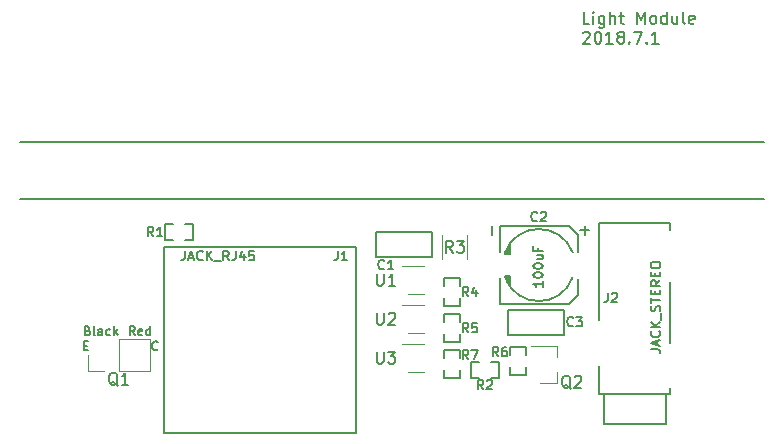
<source format=gto>
G04 #@! TF.FileFunction,Legend,Top*
%FSLAX46Y46*%
G04 Gerber Fmt 4.6, Leading zero omitted, Abs format (unit mm)*
G04 Created by KiCad (PCBNEW 4.0.7) date 06/27/18 15:39:23*
%MOMM*%
%LPD*%
G01*
G04 APERTURE LIST*
%ADD10C,0.150000*%
%ADD11C,0.200000*%
%ADD12C,0.152400*%
%ADD13C,0.120000*%
%ADD14C,0.149860*%
G04 APERTURE END LIST*
D10*
D11*
X88646000Y-31750000D02*
X25654000Y-31750000D01*
X75438000Y-36576000D02*
X88646000Y-36576000D01*
D12*
X73877714Y-21719419D02*
X73393905Y-21719419D01*
X73393905Y-20703419D01*
X74216381Y-21719419D02*
X74216381Y-21042086D01*
X74216381Y-20703419D02*
X74168000Y-20751800D01*
X74216381Y-20800181D01*
X74264762Y-20751800D01*
X74216381Y-20703419D01*
X74216381Y-20800181D01*
X75135619Y-21042086D02*
X75135619Y-21864562D01*
X75087238Y-21961324D01*
X75038857Y-22009705D01*
X74942096Y-22058086D01*
X74796953Y-22058086D01*
X74700191Y-22009705D01*
X75135619Y-21671038D02*
X75038857Y-21719419D01*
X74845334Y-21719419D01*
X74748572Y-21671038D01*
X74700191Y-21622657D01*
X74651810Y-21525895D01*
X74651810Y-21235610D01*
X74700191Y-21138848D01*
X74748572Y-21090467D01*
X74845334Y-21042086D01*
X75038857Y-21042086D01*
X75135619Y-21090467D01*
X75619429Y-21719419D02*
X75619429Y-20703419D01*
X76054857Y-21719419D02*
X76054857Y-21187229D01*
X76006476Y-21090467D01*
X75909714Y-21042086D01*
X75764572Y-21042086D01*
X75667810Y-21090467D01*
X75619429Y-21138848D01*
X76393524Y-21042086D02*
X76780572Y-21042086D01*
X76538667Y-20703419D02*
X76538667Y-21574276D01*
X76587048Y-21671038D01*
X76683810Y-21719419D01*
X76780572Y-21719419D01*
X77893333Y-21719419D02*
X77893333Y-20703419D01*
X78231999Y-21429133D01*
X78570666Y-20703419D01*
X78570666Y-21719419D01*
X79199619Y-21719419D02*
X79102857Y-21671038D01*
X79054476Y-21622657D01*
X79006095Y-21525895D01*
X79006095Y-21235610D01*
X79054476Y-21138848D01*
X79102857Y-21090467D01*
X79199619Y-21042086D01*
X79344761Y-21042086D01*
X79441523Y-21090467D01*
X79489904Y-21138848D01*
X79538285Y-21235610D01*
X79538285Y-21525895D01*
X79489904Y-21622657D01*
X79441523Y-21671038D01*
X79344761Y-21719419D01*
X79199619Y-21719419D01*
X80409142Y-21719419D02*
X80409142Y-20703419D01*
X80409142Y-21671038D02*
X80312380Y-21719419D01*
X80118857Y-21719419D01*
X80022095Y-21671038D01*
X79973714Y-21622657D01*
X79925333Y-21525895D01*
X79925333Y-21235610D01*
X79973714Y-21138848D01*
X80022095Y-21090467D01*
X80118857Y-21042086D01*
X80312380Y-21042086D01*
X80409142Y-21090467D01*
X81328380Y-21042086D02*
X81328380Y-21719419D01*
X80892952Y-21042086D02*
X80892952Y-21574276D01*
X80941333Y-21671038D01*
X81038095Y-21719419D01*
X81183237Y-21719419D01*
X81279999Y-21671038D01*
X81328380Y-21622657D01*
X81957333Y-21719419D02*
X81860571Y-21671038D01*
X81812190Y-21574276D01*
X81812190Y-20703419D01*
X82731427Y-21671038D02*
X82634665Y-21719419D01*
X82441142Y-21719419D01*
X82344380Y-21671038D01*
X82295999Y-21574276D01*
X82295999Y-21187229D01*
X82344380Y-21090467D01*
X82441142Y-21042086D01*
X82634665Y-21042086D01*
X82731427Y-21090467D01*
X82779808Y-21187229D01*
X82779808Y-21283990D01*
X82295999Y-21380752D01*
X73345524Y-22476581D02*
X73393905Y-22428200D01*
X73490667Y-22379819D01*
X73732571Y-22379819D01*
X73829333Y-22428200D01*
X73877714Y-22476581D01*
X73926095Y-22573343D01*
X73926095Y-22670105D01*
X73877714Y-22815248D01*
X73297143Y-23395819D01*
X73926095Y-23395819D01*
X74555048Y-22379819D02*
X74651809Y-22379819D01*
X74748571Y-22428200D01*
X74796952Y-22476581D01*
X74845333Y-22573343D01*
X74893714Y-22766867D01*
X74893714Y-23008771D01*
X74845333Y-23202295D01*
X74796952Y-23299057D01*
X74748571Y-23347438D01*
X74651809Y-23395819D01*
X74555048Y-23395819D01*
X74458286Y-23347438D01*
X74409905Y-23299057D01*
X74361524Y-23202295D01*
X74313143Y-23008771D01*
X74313143Y-22766867D01*
X74361524Y-22573343D01*
X74409905Y-22476581D01*
X74458286Y-22428200D01*
X74555048Y-22379819D01*
X75861333Y-23395819D02*
X75280762Y-23395819D01*
X75571048Y-23395819D02*
X75571048Y-22379819D01*
X75474286Y-22524962D01*
X75377524Y-22621724D01*
X75280762Y-22670105D01*
X76441905Y-22815248D02*
X76345143Y-22766867D01*
X76296762Y-22718486D01*
X76248381Y-22621724D01*
X76248381Y-22573343D01*
X76296762Y-22476581D01*
X76345143Y-22428200D01*
X76441905Y-22379819D01*
X76635428Y-22379819D01*
X76732190Y-22428200D01*
X76780571Y-22476581D01*
X76828952Y-22573343D01*
X76828952Y-22621724D01*
X76780571Y-22718486D01*
X76732190Y-22766867D01*
X76635428Y-22815248D01*
X76441905Y-22815248D01*
X76345143Y-22863629D01*
X76296762Y-22912010D01*
X76248381Y-23008771D01*
X76248381Y-23202295D01*
X76296762Y-23299057D01*
X76345143Y-23347438D01*
X76441905Y-23395819D01*
X76635428Y-23395819D01*
X76732190Y-23347438D01*
X76780571Y-23299057D01*
X76828952Y-23202295D01*
X76828952Y-23008771D01*
X76780571Y-22912010D01*
X76732190Y-22863629D01*
X76635428Y-22815248D01*
X77264381Y-23299057D02*
X77312762Y-23347438D01*
X77264381Y-23395819D01*
X77216000Y-23347438D01*
X77264381Y-23299057D01*
X77264381Y-23395819D01*
X77651429Y-22379819D02*
X78328762Y-22379819D01*
X77893334Y-23395819D01*
X78715810Y-23299057D02*
X78764191Y-23347438D01*
X78715810Y-23395819D01*
X78667429Y-23347438D01*
X78715810Y-23299057D01*
X78715810Y-23395819D01*
X79731810Y-23395819D02*
X79151239Y-23395819D01*
X79441525Y-23395819D02*
X79441525Y-22379819D01*
X79344763Y-22524962D01*
X79248001Y-22621724D01*
X79151239Y-22670105D01*
D11*
X75438000Y-36576000D02*
X25654000Y-36576000D01*
D12*
X31387143Y-47697571D02*
X31496000Y-47733857D01*
X31532285Y-47770143D01*
X31568571Y-47842714D01*
X31568571Y-47951571D01*
X31532285Y-48024143D01*
X31496000Y-48060429D01*
X31423428Y-48096714D01*
X31133143Y-48096714D01*
X31133143Y-47334714D01*
X31387143Y-47334714D01*
X31459714Y-47371000D01*
X31496000Y-47407286D01*
X31532285Y-47479857D01*
X31532285Y-47552429D01*
X31496000Y-47625000D01*
X31459714Y-47661286D01*
X31387143Y-47697571D01*
X31133143Y-47697571D01*
X32004000Y-48096714D02*
X31931428Y-48060429D01*
X31895143Y-47987857D01*
X31895143Y-47334714D01*
X32620857Y-48096714D02*
X32620857Y-47697571D01*
X32584571Y-47625000D01*
X32512000Y-47588714D01*
X32366857Y-47588714D01*
X32294286Y-47625000D01*
X32620857Y-48060429D02*
X32548286Y-48096714D01*
X32366857Y-48096714D01*
X32294286Y-48060429D01*
X32258000Y-47987857D01*
X32258000Y-47915286D01*
X32294286Y-47842714D01*
X32366857Y-47806429D01*
X32548286Y-47806429D01*
X32620857Y-47770143D01*
X33310286Y-48060429D02*
X33237715Y-48096714D01*
X33092572Y-48096714D01*
X33020000Y-48060429D01*
X32983715Y-48024143D01*
X32947429Y-47951571D01*
X32947429Y-47733857D01*
X32983715Y-47661286D01*
X33020000Y-47625000D01*
X33092572Y-47588714D01*
X33237715Y-47588714D01*
X33310286Y-47625000D01*
X33636858Y-48096714D02*
X33636858Y-47334714D01*
X33709429Y-47806429D02*
X33927143Y-48096714D01*
X33927143Y-47588714D02*
X33636858Y-47879000D01*
X35378571Y-48096714D02*
X35124571Y-47733857D01*
X34943143Y-48096714D02*
X34943143Y-47334714D01*
X35233428Y-47334714D01*
X35306000Y-47371000D01*
X35342285Y-47407286D01*
X35378571Y-47479857D01*
X35378571Y-47588714D01*
X35342285Y-47661286D01*
X35306000Y-47697571D01*
X35233428Y-47733857D01*
X34943143Y-47733857D01*
X35995428Y-48060429D02*
X35922857Y-48096714D01*
X35777714Y-48096714D01*
X35705143Y-48060429D01*
X35668857Y-47987857D01*
X35668857Y-47697571D01*
X35705143Y-47625000D01*
X35777714Y-47588714D01*
X35922857Y-47588714D01*
X35995428Y-47625000D01*
X36031714Y-47697571D01*
X36031714Y-47770143D01*
X35668857Y-47842714D01*
X36684857Y-48096714D02*
X36684857Y-47334714D01*
X36684857Y-48060429D02*
X36612286Y-48096714D01*
X36467143Y-48096714D01*
X36394571Y-48060429D01*
X36358286Y-48024143D01*
X36322000Y-47951571D01*
X36322000Y-47733857D01*
X36358286Y-47661286D01*
X36394571Y-47625000D01*
X36467143Y-47588714D01*
X36612286Y-47588714D01*
X36684857Y-47625000D01*
D13*
X61414000Y-41640000D02*
X61414000Y-39640000D01*
X63554000Y-39640000D02*
X63554000Y-41640000D01*
D14*
X37844000Y-56334000D02*
X37844000Y-40584000D01*
X37844000Y-40584000D02*
X54104000Y-40584000D01*
X54104000Y-40584000D02*
X54104000Y-56334000D01*
X54104000Y-56334000D02*
X37844000Y-56334000D01*
D12*
X74726800Y-53086000D02*
X74726800Y-50698400D01*
X74726800Y-46837600D02*
X74726800Y-38582600D01*
X80721200Y-39166800D02*
X80721200Y-38582600D01*
X80721200Y-48768000D02*
X80721200Y-43586400D01*
X80721200Y-53086000D02*
X80721200Y-52603400D01*
X80340200Y-53086000D02*
X80340200Y-55575200D01*
X80340200Y-55575200D02*
X75107800Y-55575200D01*
X75107800Y-55575200D02*
X75107800Y-53086000D01*
X74726800Y-38582600D02*
X80721200Y-38582600D01*
X80721200Y-53086000D02*
X74726800Y-53086000D01*
D14*
X39616380Y-40068500D02*
X40322500Y-40068500D01*
X40322500Y-40068500D02*
X40322500Y-38671500D01*
X40322500Y-38671500D02*
X39616380Y-38671500D01*
X37909500Y-40068500D02*
X38615620Y-40068500D01*
X37909500Y-40068500D02*
X37909500Y-38671500D01*
X37909500Y-38671500D02*
X38615620Y-38671500D01*
D13*
X34036000Y-51114000D02*
X36636000Y-51114000D01*
X36636000Y-51114000D02*
X36636000Y-48454000D01*
X36636000Y-48454000D02*
X34036000Y-48454000D01*
X34036000Y-48454000D02*
X34036000Y-51114000D01*
X32766000Y-51114000D02*
X31436000Y-51114000D01*
X31436000Y-51114000D02*
X31436000Y-49784000D01*
X71118000Y-52126000D02*
X71118000Y-51196000D01*
X71118000Y-48966000D02*
X71118000Y-49896000D01*
X71118000Y-48966000D02*
X68958000Y-48966000D01*
X71118000Y-52126000D02*
X69658000Y-52126000D01*
D14*
X55803800Y-39319200D02*
X55803800Y-41452800D01*
X60528200Y-41452800D02*
X55803800Y-41452800D01*
X55829200Y-39319200D02*
X60528200Y-39319200D01*
X60528200Y-39319200D02*
X60528200Y-41452800D01*
X64523620Y-50355500D02*
X63817500Y-50355500D01*
X63817500Y-50355500D02*
X63817500Y-51752500D01*
X63817500Y-51752500D02*
X64523620Y-51752500D01*
X66230500Y-50355500D02*
X65524380Y-50355500D01*
X66230500Y-50355500D02*
X66230500Y-51752500D01*
X66230500Y-51752500D02*
X65524380Y-51752500D01*
X62928500Y-43949620D02*
X62928500Y-43243500D01*
X62928500Y-43243500D02*
X61531500Y-43243500D01*
X61531500Y-43243500D02*
X61531500Y-43949620D01*
X62928500Y-45656500D02*
X62928500Y-44950380D01*
X62928500Y-45656500D02*
X61531500Y-45656500D01*
X61531500Y-45656500D02*
X61531500Y-44950380D01*
X62928500Y-46997620D02*
X62928500Y-46291500D01*
X62928500Y-46291500D02*
X61531500Y-46291500D01*
X61531500Y-46291500D02*
X61531500Y-46997620D01*
X62928500Y-48704500D02*
X62928500Y-47998380D01*
X62928500Y-48704500D02*
X61531500Y-48704500D01*
X61531500Y-48704500D02*
X61531500Y-47998380D01*
D13*
X59882000Y-42274000D02*
X57982000Y-42274000D01*
X58482000Y-44594000D02*
X59882000Y-44594000D01*
X59882000Y-45576000D02*
X57982000Y-45576000D01*
X58482000Y-47896000D02*
X59882000Y-47896000D01*
D14*
X66725800Y-41097200D02*
X66725800Y-41224200D01*
X66751200Y-43103800D02*
X66751200Y-43205400D01*
X66749118Y-43225233D02*
G75*
G03X72440800Y-43230800I2846882J1061233D01*
G01*
X72462051Y-41086104D02*
G75*
G03X66725800Y-41097200I-2866051J-1077896D01*
G01*
X66802000Y-43332400D02*
X66802000Y-43103800D01*
X66929000Y-43586400D02*
X66929000Y-43103800D01*
X67056000Y-43789600D02*
X67056000Y-43103800D01*
X67183000Y-43967400D02*
X67183000Y-43103800D01*
X67183000Y-43103800D02*
X66751200Y-43103800D01*
X67183000Y-41224200D02*
X66725800Y-41224200D01*
X66802000Y-40944800D02*
X66802000Y-41224200D01*
X66929000Y-40690800D02*
X66929000Y-41224200D01*
X67056000Y-40487600D02*
X67056000Y-41224200D01*
X67183000Y-40309800D02*
X67183000Y-41224200D01*
X66294000Y-38862000D02*
X66294000Y-41046400D01*
X66294000Y-45466000D02*
X66294000Y-43281600D01*
X72898000Y-39624000D02*
X72898000Y-41046400D01*
X72898000Y-43307000D02*
X72898000Y-44704000D01*
X65633600Y-38862000D02*
X65633600Y-39624000D01*
X66294000Y-45466000D02*
X72136000Y-45466000D01*
X72136000Y-45466000D02*
X72898000Y-44704000D01*
X72898000Y-39624000D02*
X72136000Y-38862000D01*
X72136000Y-38862000D02*
X66294000Y-38862000D01*
X73863200Y-39217600D02*
X73101200Y-39217600D01*
X73482200Y-38862000D02*
X73482200Y-39624000D01*
X71704200Y-48056800D02*
X71704200Y-45923200D01*
X66979800Y-45923200D02*
X71704200Y-45923200D01*
X71678800Y-48056800D02*
X66979800Y-48056800D01*
X66979800Y-48056800D02*
X66979800Y-45923200D01*
X68516500Y-49791620D02*
X68516500Y-49085500D01*
X68516500Y-49085500D02*
X67119500Y-49085500D01*
X67119500Y-49085500D02*
X67119500Y-49791620D01*
X68516500Y-51498500D02*
X68516500Y-50792380D01*
X68516500Y-51498500D02*
X67119500Y-51498500D01*
X67119500Y-51498500D02*
X67119500Y-50792380D01*
X62928500Y-50045620D02*
X62928500Y-49339500D01*
X62928500Y-49339500D02*
X61531500Y-49339500D01*
X61531500Y-49339500D02*
X61531500Y-50045620D01*
X62928500Y-51752500D02*
X62928500Y-51046380D01*
X62928500Y-51752500D02*
X61531500Y-51752500D01*
X61531500Y-51752500D02*
X61531500Y-51046380D01*
D13*
X59882000Y-48878000D02*
X57982000Y-48878000D01*
X58482000Y-51198000D02*
X59882000Y-51198000D01*
D10*
X62317334Y-41092381D02*
X61984000Y-40616190D01*
X61745905Y-41092381D02*
X61745905Y-40092381D01*
X62126858Y-40092381D01*
X62222096Y-40140000D01*
X62269715Y-40187619D01*
X62317334Y-40282857D01*
X62317334Y-40425714D01*
X62269715Y-40520952D01*
X62222096Y-40568571D01*
X62126858Y-40616190D01*
X61745905Y-40616190D01*
X62650667Y-40092381D02*
X63269715Y-40092381D01*
X62936381Y-40473333D01*
X63079239Y-40473333D01*
X63174477Y-40520952D01*
X63222096Y-40568571D01*
X63269715Y-40663810D01*
X63269715Y-40901905D01*
X63222096Y-40997143D01*
X63174477Y-41044762D01*
X63079239Y-41092381D01*
X62793524Y-41092381D01*
X62698286Y-41044762D01*
X62650667Y-40997143D01*
X52565334Y-40963905D02*
X52565334Y-41535333D01*
X52527238Y-41649619D01*
X52451048Y-41725810D01*
X52336762Y-41763905D01*
X52260572Y-41763905D01*
X53365334Y-41763905D02*
X52908191Y-41763905D01*
X53136762Y-41763905D02*
X53136762Y-40963905D01*
X53060572Y-41078190D01*
X52984381Y-41154381D01*
X52908191Y-41192476D01*
X39618000Y-40963905D02*
X39618000Y-41535333D01*
X39579904Y-41649619D01*
X39503714Y-41725810D01*
X39389428Y-41763905D01*
X39313238Y-41763905D01*
X39960857Y-41535333D02*
X40341809Y-41535333D01*
X39884666Y-41763905D02*
X40151333Y-40963905D01*
X40418000Y-41763905D01*
X41141809Y-41687714D02*
X41103714Y-41725810D01*
X40989428Y-41763905D01*
X40913238Y-41763905D01*
X40798952Y-41725810D01*
X40722761Y-41649619D01*
X40684666Y-41573429D01*
X40646571Y-41421048D01*
X40646571Y-41306762D01*
X40684666Y-41154381D01*
X40722761Y-41078190D01*
X40798952Y-41002000D01*
X40913238Y-40963905D01*
X40989428Y-40963905D01*
X41103714Y-41002000D01*
X41141809Y-41040095D01*
X41484666Y-41763905D02*
X41484666Y-40963905D01*
X41941809Y-41763905D02*
X41598952Y-41306762D01*
X41941809Y-40963905D02*
X41484666Y-41421048D01*
X42094190Y-41840095D02*
X42703714Y-41840095D01*
X43351333Y-41763905D02*
X43084666Y-41382952D01*
X42894190Y-41763905D02*
X42894190Y-40963905D01*
X43198952Y-40963905D01*
X43275143Y-41002000D01*
X43313238Y-41040095D01*
X43351333Y-41116286D01*
X43351333Y-41230571D01*
X43313238Y-41306762D01*
X43275143Y-41344857D01*
X43198952Y-41382952D01*
X42894190Y-41382952D01*
X43922762Y-40963905D02*
X43922762Y-41535333D01*
X43884666Y-41649619D01*
X43808476Y-41725810D01*
X43694190Y-41763905D01*
X43618000Y-41763905D01*
X44646571Y-41230571D02*
X44646571Y-41763905D01*
X44456095Y-40925810D02*
X44265619Y-41497238D01*
X44760857Y-41497238D01*
X45446572Y-40963905D02*
X45065619Y-40963905D01*
X45027524Y-41344857D01*
X45065619Y-41306762D01*
X45141810Y-41268667D01*
X45332286Y-41268667D01*
X45408476Y-41306762D01*
X45446572Y-41344857D01*
X45484667Y-41421048D01*
X45484667Y-41611524D01*
X45446572Y-41687714D01*
X45408476Y-41725810D01*
X45332286Y-41763905D01*
X45141810Y-41763905D01*
X45065619Y-41725810D01*
X45027524Y-41687714D01*
D12*
X75425334Y-44519905D02*
X75425334Y-45091333D01*
X75387238Y-45205619D01*
X75311048Y-45281810D01*
X75196762Y-45319905D01*
X75120572Y-45319905D01*
X75768191Y-44596095D02*
X75806286Y-44558000D01*
X75882477Y-44519905D01*
X76072953Y-44519905D01*
X76149143Y-44558000D01*
X76187239Y-44596095D01*
X76225334Y-44672286D01*
X76225334Y-44748476D01*
X76187239Y-44862762D01*
X75730096Y-45319905D01*
X76225334Y-45319905D01*
X79063905Y-49281905D02*
X79635333Y-49281905D01*
X79749619Y-49320001D01*
X79825810Y-49396191D01*
X79863905Y-49510477D01*
X79863905Y-49586667D01*
X79635333Y-48939048D02*
X79635333Y-48558096D01*
X79863905Y-49015239D02*
X79063905Y-48748572D01*
X79863905Y-48481905D01*
X79787714Y-47758096D02*
X79825810Y-47796191D01*
X79863905Y-47910477D01*
X79863905Y-47986667D01*
X79825810Y-48100953D01*
X79749619Y-48177144D01*
X79673429Y-48215239D01*
X79521048Y-48253334D01*
X79406762Y-48253334D01*
X79254381Y-48215239D01*
X79178190Y-48177144D01*
X79102000Y-48100953D01*
X79063905Y-47986667D01*
X79063905Y-47910477D01*
X79102000Y-47796191D01*
X79140095Y-47758096D01*
X79863905Y-47415239D02*
X79063905Y-47415239D01*
X79863905Y-46958096D02*
X79406762Y-47300953D01*
X79063905Y-46958096D02*
X79521048Y-47415239D01*
X79940095Y-46805715D02*
X79940095Y-46196191D01*
X79825810Y-46043810D02*
X79863905Y-45929524D01*
X79863905Y-45739048D01*
X79825810Y-45662858D01*
X79787714Y-45624762D01*
X79711524Y-45586667D01*
X79635333Y-45586667D01*
X79559143Y-45624762D01*
X79521048Y-45662858D01*
X79482952Y-45739048D01*
X79444857Y-45891429D01*
X79406762Y-45967620D01*
X79368667Y-46005715D01*
X79292476Y-46043810D01*
X79216286Y-46043810D01*
X79140095Y-46005715D01*
X79102000Y-45967620D01*
X79063905Y-45891429D01*
X79063905Y-45700953D01*
X79102000Y-45586667D01*
X79063905Y-45358096D02*
X79063905Y-44900953D01*
X79863905Y-45129524D02*
X79063905Y-45129524D01*
X79444857Y-44634286D02*
X79444857Y-44367619D01*
X79863905Y-44253333D02*
X79863905Y-44634286D01*
X79063905Y-44634286D01*
X79063905Y-44253333D01*
X79863905Y-43453333D02*
X79482952Y-43720000D01*
X79863905Y-43910476D02*
X79063905Y-43910476D01*
X79063905Y-43605714D01*
X79102000Y-43529523D01*
X79140095Y-43491428D01*
X79216286Y-43453333D01*
X79330571Y-43453333D01*
X79406762Y-43491428D01*
X79444857Y-43529523D01*
X79482952Y-43605714D01*
X79482952Y-43910476D01*
X79444857Y-43110476D02*
X79444857Y-42843809D01*
X79863905Y-42729523D02*
X79863905Y-43110476D01*
X79063905Y-43110476D01*
X79063905Y-42729523D01*
X79063905Y-42234285D02*
X79063905Y-42081904D01*
X79102000Y-42005713D01*
X79178190Y-41929523D01*
X79330571Y-41891428D01*
X79597238Y-41891428D01*
X79749619Y-41929523D01*
X79825810Y-42005713D01*
X79863905Y-42081904D01*
X79863905Y-42234285D01*
X79825810Y-42310475D01*
X79749619Y-42386666D01*
X79597238Y-42424761D01*
X79330571Y-42424761D01*
X79178190Y-42386666D01*
X79102000Y-42310475D01*
X79063905Y-42234285D01*
D10*
X36950667Y-39731905D02*
X36684000Y-39350952D01*
X36493524Y-39731905D02*
X36493524Y-38931905D01*
X36798286Y-38931905D01*
X36874477Y-38970000D01*
X36912572Y-39008095D01*
X36950667Y-39084286D01*
X36950667Y-39198571D01*
X36912572Y-39274762D01*
X36874477Y-39312857D01*
X36798286Y-39350952D01*
X36493524Y-39350952D01*
X37712572Y-39731905D02*
X37255429Y-39731905D01*
X37484000Y-39731905D02*
X37484000Y-38931905D01*
X37407810Y-39046190D01*
X37331619Y-39122381D01*
X37255429Y-39160476D01*
X33940762Y-52363619D02*
X33845524Y-52316000D01*
X33750286Y-52220762D01*
X33607429Y-52077905D01*
X33512190Y-52030286D01*
X33416952Y-52030286D01*
X33464571Y-52268381D02*
X33369333Y-52220762D01*
X33274095Y-52125524D01*
X33226476Y-51935048D01*
X33226476Y-51601714D01*
X33274095Y-51411238D01*
X33369333Y-51316000D01*
X33464571Y-51268381D01*
X33655048Y-51268381D01*
X33750286Y-51316000D01*
X33845524Y-51411238D01*
X33893143Y-51601714D01*
X33893143Y-51935048D01*
X33845524Y-52125524D01*
X33750286Y-52220762D01*
X33655048Y-52268381D01*
X33464571Y-52268381D01*
X34845524Y-52268381D02*
X34274095Y-52268381D01*
X34559809Y-52268381D02*
X34559809Y-51268381D01*
X34464571Y-51411238D01*
X34369333Y-51506476D01*
X34274095Y-51554095D01*
X37319857Y-49294143D02*
X37283571Y-49330429D01*
X37174714Y-49366714D01*
X37102143Y-49366714D01*
X36993286Y-49330429D01*
X36920714Y-49257857D01*
X36884429Y-49185286D01*
X36848143Y-49040143D01*
X36848143Y-48931286D01*
X36884429Y-48786143D01*
X36920714Y-48713571D01*
X36993286Y-48641000D01*
X37102143Y-48604714D01*
X37174714Y-48604714D01*
X37283571Y-48641000D01*
X37319857Y-48677286D01*
X31078715Y-48967571D02*
X31332715Y-48967571D01*
X31441572Y-49366714D02*
X31078715Y-49366714D01*
X31078715Y-48604714D01*
X31441572Y-48604714D01*
X72294762Y-52617619D02*
X72199524Y-52570000D01*
X72104286Y-52474762D01*
X71961429Y-52331905D01*
X71866190Y-52284286D01*
X71770952Y-52284286D01*
X71818571Y-52522381D02*
X71723333Y-52474762D01*
X71628095Y-52379524D01*
X71580476Y-52189048D01*
X71580476Y-51855714D01*
X71628095Y-51665238D01*
X71723333Y-51570000D01*
X71818571Y-51522381D01*
X72009048Y-51522381D01*
X72104286Y-51570000D01*
X72199524Y-51665238D01*
X72247143Y-51855714D01*
X72247143Y-52189048D01*
X72199524Y-52379524D01*
X72104286Y-52474762D01*
X72009048Y-52522381D01*
X71818571Y-52522381D01*
X72628095Y-51617619D02*
X72675714Y-51570000D01*
X72770952Y-51522381D01*
X73009048Y-51522381D01*
X73104286Y-51570000D01*
X73151905Y-51617619D01*
X73199524Y-51712857D01*
X73199524Y-51808095D01*
X73151905Y-51950952D01*
X72580476Y-52522381D01*
X73199524Y-52522381D01*
X56508667Y-42449714D02*
X56470572Y-42487810D01*
X56356286Y-42525905D01*
X56280096Y-42525905D01*
X56165810Y-42487810D01*
X56089619Y-42411619D01*
X56051524Y-42335429D01*
X56013429Y-42183048D01*
X56013429Y-42068762D01*
X56051524Y-41916381D01*
X56089619Y-41840190D01*
X56165810Y-41764000D01*
X56280096Y-41725905D01*
X56356286Y-41725905D01*
X56470572Y-41764000D01*
X56508667Y-41802095D01*
X57270572Y-42525905D02*
X56813429Y-42525905D01*
X57042000Y-42525905D02*
X57042000Y-41725905D01*
X56965810Y-41840190D01*
X56889619Y-41916381D01*
X56813429Y-41954476D01*
X64890667Y-52685905D02*
X64624000Y-52304952D01*
X64433524Y-52685905D02*
X64433524Y-51885905D01*
X64738286Y-51885905D01*
X64814477Y-51924000D01*
X64852572Y-51962095D01*
X64890667Y-52038286D01*
X64890667Y-52152571D01*
X64852572Y-52228762D01*
X64814477Y-52266857D01*
X64738286Y-52304952D01*
X64433524Y-52304952D01*
X65195429Y-51962095D02*
X65233524Y-51924000D01*
X65309715Y-51885905D01*
X65500191Y-51885905D01*
X65576381Y-51924000D01*
X65614477Y-51962095D01*
X65652572Y-52038286D01*
X65652572Y-52114476D01*
X65614477Y-52228762D01*
X65157334Y-52685905D01*
X65652572Y-52685905D01*
X63620667Y-44811905D02*
X63354000Y-44430952D01*
X63163524Y-44811905D02*
X63163524Y-44011905D01*
X63468286Y-44011905D01*
X63544477Y-44050000D01*
X63582572Y-44088095D01*
X63620667Y-44164286D01*
X63620667Y-44278571D01*
X63582572Y-44354762D01*
X63544477Y-44392857D01*
X63468286Y-44430952D01*
X63163524Y-44430952D01*
X64306381Y-44278571D02*
X64306381Y-44811905D01*
X64115905Y-43973810D02*
X63925429Y-44545238D01*
X64420667Y-44545238D01*
X63620667Y-47859905D02*
X63354000Y-47478952D01*
X63163524Y-47859905D02*
X63163524Y-47059905D01*
X63468286Y-47059905D01*
X63544477Y-47098000D01*
X63582572Y-47136095D01*
X63620667Y-47212286D01*
X63620667Y-47326571D01*
X63582572Y-47402762D01*
X63544477Y-47440857D01*
X63468286Y-47478952D01*
X63163524Y-47478952D01*
X64344477Y-47059905D02*
X63963524Y-47059905D01*
X63925429Y-47440857D01*
X63963524Y-47402762D01*
X64039715Y-47364667D01*
X64230191Y-47364667D01*
X64306381Y-47402762D01*
X64344477Y-47440857D01*
X64382572Y-47517048D01*
X64382572Y-47707524D01*
X64344477Y-47783714D01*
X64306381Y-47821810D01*
X64230191Y-47859905D01*
X64039715Y-47859905D01*
X63963524Y-47821810D01*
X63925429Y-47783714D01*
X55880095Y-42886381D02*
X55880095Y-43695905D01*
X55927714Y-43791143D01*
X55975333Y-43838762D01*
X56070571Y-43886381D01*
X56261048Y-43886381D01*
X56356286Y-43838762D01*
X56403905Y-43791143D01*
X56451524Y-43695905D01*
X56451524Y-42886381D01*
X57451524Y-43886381D02*
X56880095Y-43886381D01*
X57165809Y-43886381D02*
X57165809Y-42886381D01*
X57070571Y-43029238D01*
X56975333Y-43124476D01*
X56880095Y-43172095D01*
X55880095Y-46188381D02*
X55880095Y-46997905D01*
X55927714Y-47093143D01*
X55975333Y-47140762D01*
X56070571Y-47188381D01*
X56261048Y-47188381D01*
X56356286Y-47140762D01*
X56403905Y-47093143D01*
X56451524Y-46997905D01*
X56451524Y-46188381D01*
X56880095Y-46283619D02*
X56927714Y-46236000D01*
X57022952Y-46188381D01*
X57261048Y-46188381D01*
X57356286Y-46236000D01*
X57403905Y-46283619D01*
X57451524Y-46378857D01*
X57451524Y-46474095D01*
X57403905Y-46616952D01*
X56832476Y-47188381D01*
X57451524Y-47188381D01*
X69462667Y-38385714D02*
X69424572Y-38423810D01*
X69310286Y-38461905D01*
X69234096Y-38461905D01*
X69119810Y-38423810D01*
X69043619Y-38347619D01*
X69005524Y-38271429D01*
X68967429Y-38119048D01*
X68967429Y-38004762D01*
X69005524Y-37852381D01*
X69043619Y-37776190D01*
X69119810Y-37700000D01*
X69234096Y-37661905D01*
X69310286Y-37661905D01*
X69424572Y-37700000D01*
X69462667Y-37738095D01*
X69767429Y-37738095D02*
X69805524Y-37700000D01*
X69881715Y-37661905D01*
X70072191Y-37661905D01*
X70148381Y-37700000D01*
X70186477Y-37738095D01*
X70224572Y-37814286D01*
X70224572Y-37890476D01*
X70186477Y-38004762D01*
X69729334Y-38461905D01*
X70224572Y-38461905D01*
X69932505Y-43529095D02*
X69932505Y-43986238D01*
X69932505Y-43757667D02*
X69132505Y-43757667D01*
X69246790Y-43833857D01*
X69322981Y-43910048D01*
X69361076Y-43986238D01*
X69132505Y-43033857D02*
X69132505Y-42957666D01*
X69170600Y-42881476D01*
X69208695Y-42843381D01*
X69284886Y-42805285D01*
X69437267Y-42767190D01*
X69627743Y-42767190D01*
X69780124Y-42805285D01*
X69856314Y-42843381D01*
X69894410Y-42881476D01*
X69932505Y-42957666D01*
X69932505Y-43033857D01*
X69894410Y-43110047D01*
X69856314Y-43148143D01*
X69780124Y-43186238D01*
X69627743Y-43224333D01*
X69437267Y-43224333D01*
X69284886Y-43186238D01*
X69208695Y-43148143D01*
X69170600Y-43110047D01*
X69132505Y-43033857D01*
X69132505Y-42271952D02*
X69132505Y-42195761D01*
X69170600Y-42119571D01*
X69208695Y-42081476D01*
X69284886Y-42043380D01*
X69437267Y-42005285D01*
X69627743Y-42005285D01*
X69780124Y-42043380D01*
X69856314Y-42081476D01*
X69894410Y-42119571D01*
X69932505Y-42195761D01*
X69932505Y-42271952D01*
X69894410Y-42348142D01*
X69856314Y-42386238D01*
X69780124Y-42424333D01*
X69627743Y-42462428D01*
X69437267Y-42462428D01*
X69284886Y-42424333D01*
X69208695Y-42386238D01*
X69170600Y-42348142D01*
X69132505Y-42271952D01*
X69399171Y-41319571D02*
X69932505Y-41319571D01*
X69399171Y-41662428D02*
X69818219Y-41662428D01*
X69894410Y-41624333D01*
X69932505Y-41548142D01*
X69932505Y-41433856D01*
X69894410Y-41357666D01*
X69856314Y-41319571D01*
X69513457Y-40671951D02*
X69513457Y-40938618D01*
X69932505Y-40938618D02*
X69132505Y-40938618D01*
X69132505Y-40557665D01*
X72510667Y-47275714D02*
X72472572Y-47313810D01*
X72358286Y-47351905D01*
X72282096Y-47351905D01*
X72167810Y-47313810D01*
X72091619Y-47237619D01*
X72053524Y-47161429D01*
X72015429Y-47009048D01*
X72015429Y-46894762D01*
X72053524Y-46742381D01*
X72091619Y-46666190D01*
X72167810Y-46590000D01*
X72282096Y-46551905D01*
X72358286Y-46551905D01*
X72472572Y-46590000D01*
X72510667Y-46628095D01*
X72777334Y-46551905D02*
X73272572Y-46551905D01*
X73005905Y-46856667D01*
X73120191Y-46856667D01*
X73196381Y-46894762D01*
X73234477Y-46932857D01*
X73272572Y-47009048D01*
X73272572Y-47199524D01*
X73234477Y-47275714D01*
X73196381Y-47313810D01*
X73120191Y-47351905D01*
X72891619Y-47351905D01*
X72815429Y-47313810D01*
X72777334Y-47275714D01*
X66160667Y-49891905D02*
X65894000Y-49510952D01*
X65703524Y-49891905D02*
X65703524Y-49091905D01*
X66008286Y-49091905D01*
X66084477Y-49130000D01*
X66122572Y-49168095D01*
X66160667Y-49244286D01*
X66160667Y-49358571D01*
X66122572Y-49434762D01*
X66084477Y-49472857D01*
X66008286Y-49510952D01*
X65703524Y-49510952D01*
X66846381Y-49091905D02*
X66694000Y-49091905D01*
X66617810Y-49130000D01*
X66579715Y-49168095D01*
X66503524Y-49282381D01*
X66465429Y-49434762D01*
X66465429Y-49739524D01*
X66503524Y-49815714D01*
X66541619Y-49853810D01*
X66617810Y-49891905D01*
X66770191Y-49891905D01*
X66846381Y-49853810D01*
X66884477Y-49815714D01*
X66922572Y-49739524D01*
X66922572Y-49549048D01*
X66884477Y-49472857D01*
X66846381Y-49434762D01*
X66770191Y-49396667D01*
X66617810Y-49396667D01*
X66541619Y-49434762D01*
X66503524Y-49472857D01*
X66465429Y-49549048D01*
X63620667Y-50145905D02*
X63354000Y-49764952D01*
X63163524Y-50145905D02*
X63163524Y-49345905D01*
X63468286Y-49345905D01*
X63544477Y-49384000D01*
X63582572Y-49422095D01*
X63620667Y-49498286D01*
X63620667Y-49612571D01*
X63582572Y-49688762D01*
X63544477Y-49726857D01*
X63468286Y-49764952D01*
X63163524Y-49764952D01*
X63887334Y-49345905D02*
X64420667Y-49345905D01*
X64077810Y-50145905D01*
X55880095Y-49490381D02*
X55880095Y-50299905D01*
X55927714Y-50395143D01*
X55975333Y-50442762D01*
X56070571Y-50490381D01*
X56261048Y-50490381D01*
X56356286Y-50442762D01*
X56403905Y-50395143D01*
X56451524Y-50299905D01*
X56451524Y-49490381D01*
X56832476Y-49490381D02*
X57451524Y-49490381D01*
X57118190Y-49871333D01*
X57261048Y-49871333D01*
X57356286Y-49918952D01*
X57403905Y-49966571D01*
X57451524Y-50061810D01*
X57451524Y-50299905D01*
X57403905Y-50395143D01*
X57356286Y-50442762D01*
X57261048Y-50490381D01*
X56975333Y-50490381D01*
X56880095Y-50442762D01*
X56832476Y-50395143D01*
M02*

</source>
